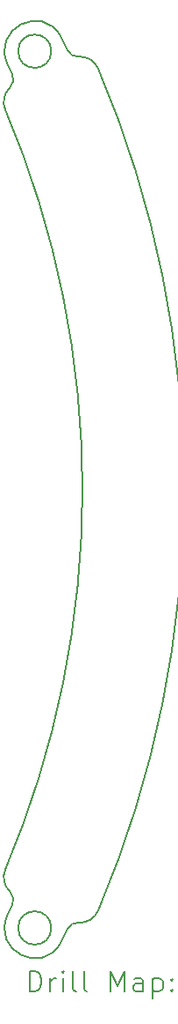
<source format=gbr>
%TF.GenerationSoftware,KiCad,Pcbnew,7.0.9*%
%TF.CreationDate,2024-06-22T15:47:25+09:00*%
%TF.ProjectId,Side_Line,53696465-5f4c-4696-9e65-2e6b69636164,rev?*%
%TF.SameCoordinates,Original*%
%TF.FileFunction,Drillmap*%
%TF.FilePolarity,Positive*%
%FSLAX45Y45*%
G04 Gerber Fmt 4.5, Leading zero omitted, Abs format (unit mm)*
G04 Created by KiCad (PCBNEW 7.0.9) date 2024-06-22 15:47:25*
%MOMM*%
%LPD*%
G01*
G04 APERTURE LIST*
%ADD10C,0.200000*%
G04 APERTURE END LIST*
D10*
X23824899Y-14251514D02*
G75*
G03*
X24341568Y-14513911I263851J-120336D01*
G01*
X23824893Y-6068489D02*
X23873173Y-6171469D01*
X24701445Y-14205386D02*
G75*
G03*
X24701445Y-6114614I-9461445J4045386D01*
G01*
X24511906Y-14320114D02*
G75*
G03*
X24701445Y-14205386I14834J189424D01*
G01*
X24248747Y-5948150D02*
G75*
G03*
X24248747Y-5948150I-160000J0D01*
G01*
X24511907Y-14320104D02*
G75*
G03*
X24403957Y-14382575I-8587J-109666D01*
G01*
X24341568Y-14513911D02*
X24403957Y-14382575D01*
X23849163Y-6298081D02*
G75*
G03*
X23804926Y-6510596I130557J-138039D01*
G01*
X24248747Y-14371850D02*
G75*
G03*
X24248747Y-14371850I-160000J0D01*
G01*
X23873177Y-14148533D02*
G75*
G03*
X23849162Y-14021920I-99597J46693D01*
G01*
X23804924Y-13809403D02*
G75*
G03*
X23849162Y-14021920I174796J-74477D01*
G01*
X24341573Y-5806086D02*
G75*
G03*
X23824893Y-6068489I-252823J-142064D01*
G01*
X24403962Y-5937423D02*
G75*
G03*
X24511907Y-5999890I99358J47193D01*
G01*
X23849159Y-6298077D02*
G75*
G03*
X23873173Y-6171469I-75579J79917D01*
G01*
X24701441Y-6114616D02*
G75*
G03*
X24511907Y-5999890I-174702J-74694D01*
G01*
X23804926Y-13809404D02*
G75*
G03*
X23804926Y-6510596I-8564926J3649404D01*
G01*
X24403957Y-5937425D02*
X24341568Y-5806089D01*
X23873173Y-14148531D02*
X23824893Y-14251511D01*
X24040496Y-14983331D02*
X24040496Y-14783331D01*
X24040496Y-14783331D02*
X24088115Y-14783331D01*
X24088115Y-14783331D02*
X24116686Y-14792855D01*
X24116686Y-14792855D02*
X24135734Y-14811902D01*
X24135734Y-14811902D02*
X24145258Y-14830950D01*
X24145258Y-14830950D02*
X24154781Y-14869045D01*
X24154781Y-14869045D02*
X24154781Y-14897617D01*
X24154781Y-14897617D02*
X24145258Y-14935712D01*
X24145258Y-14935712D02*
X24135734Y-14954759D01*
X24135734Y-14954759D02*
X24116686Y-14973807D01*
X24116686Y-14973807D02*
X24088115Y-14983331D01*
X24088115Y-14983331D02*
X24040496Y-14983331D01*
X24240496Y-14983331D02*
X24240496Y-14849998D01*
X24240496Y-14888093D02*
X24250020Y-14869045D01*
X24250020Y-14869045D02*
X24259543Y-14859521D01*
X24259543Y-14859521D02*
X24278591Y-14849998D01*
X24278591Y-14849998D02*
X24297639Y-14849998D01*
X24364305Y-14983331D02*
X24364305Y-14849998D01*
X24364305Y-14783331D02*
X24354781Y-14792855D01*
X24354781Y-14792855D02*
X24364305Y-14802379D01*
X24364305Y-14802379D02*
X24373829Y-14792855D01*
X24373829Y-14792855D02*
X24364305Y-14783331D01*
X24364305Y-14783331D02*
X24364305Y-14802379D01*
X24488115Y-14983331D02*
X24469067Y-14973807D01*
X24469067Y-14973807D02*
X24459543Y-14954759D01*
X24459543Y-14954759D02*
X24459543Y-14783331D01*
X24592877Y-14983331D02*
X24573829Y-14973807D01*
X24573829Y-14973807D02*
X24564305Y-14954759D01*
X24564305Y-14954759D02*
X24564305Y-14783331D01*
X24821448Y-14983331D02*
X24821448Y-14783331D01*
X24821448Y-14783331D02*
X24888115Y-14926188D01*
X24888115Y-14926188D02*
X24954781Y-14783331D01*
X24954781Y-14783331D02*
X24954781Y-14983331D01*
X25135734Y-14983331D02*
X25135734Y-14878569D01*
X25135734Y-14878569D02*
X25126210Y-14859521D01*
X25126210Y-14859521D02*
X25107162Y-14849998D01*
X25107162Y-14849998D02*
X25069067Y-14849998D01*
X25069067Y-14849998D02*
X25050020Y-14859521D01*
X25135734Y-14973807D02*
X25116686Y-14983331D01*
X25116686Y-14983331D02*
X25069067Y-14983331D01*
X25069067Y-14983331D02*
X25050020Y-14973807D01*
X25050020Y-14973807D02*
X25040496Y-14954759D01*
X25040496Y-14954759D02*
X25040496Y-14935712D01*
X25040496Y-14935712D02*
X25050020Y-14916664D01*
X25050020Y-14916664D02*
X25069067Y-14907140D01*
X25069067Y-14907140D02*
X25116686Y-14907140D01*
X25116686Y-14907140D02*
X25135734Y-14897617D01*
X25230972Y-14849998D02*
X25230972Y-15049998D01*
X25230972Y-14859521D02*
X25250020Y-14849998D01*
X25250020Y-14849998D02*
X25288115Y-14849998D01*
X25288115Y-14849998D02*
X25307162Y-14859521D01*
X25307162Y-14859521D02*
X25316686Y-14869045D01*
X25316686Y-14869045D02*
X25326210Y-14888093D01*
X25326210Y-14888093D02*
X25326210Y-14945236D01*
X25326210Y-14945236D02*
X25316686Y-14964283D01*
X25316686Y-14964283D02*
X25307162Y-14973807D01*
X25307162Y-14973807D02*
X25288115Y-14983331D01*
X25288115Y-14983331D02*
X25250020Y-14983331D01*
X25250020Y-14983331D02*
X25230972Y-14973807D01*
X25411924Y-14964283D02*
X25421448Y-14973807D01*
X25421448Y-14973807D02*
X25411924Y-14983331D01*
X25411924Y-14983331D02*
X25402401Y-14973807D01*
X25402401Y-14973807D02*
X25411924Y-14964283D01*
X25411924Y-14964283D02*
X25411924Y-14983331D01*
X25411924Y-14859521D02*
X25421448Y-14869045D01*
X25421448Y-14869045D02*
X25411924Y-14878569D01*
X25411924Y-14878569D02*
X25402401Y-14869045D01*
X25402401Y-14869045D02*
X25411924Y-14859521D01*
X25411924Y-14859521D02*
X25411924Y-14878569D01*
M02*

</source>
